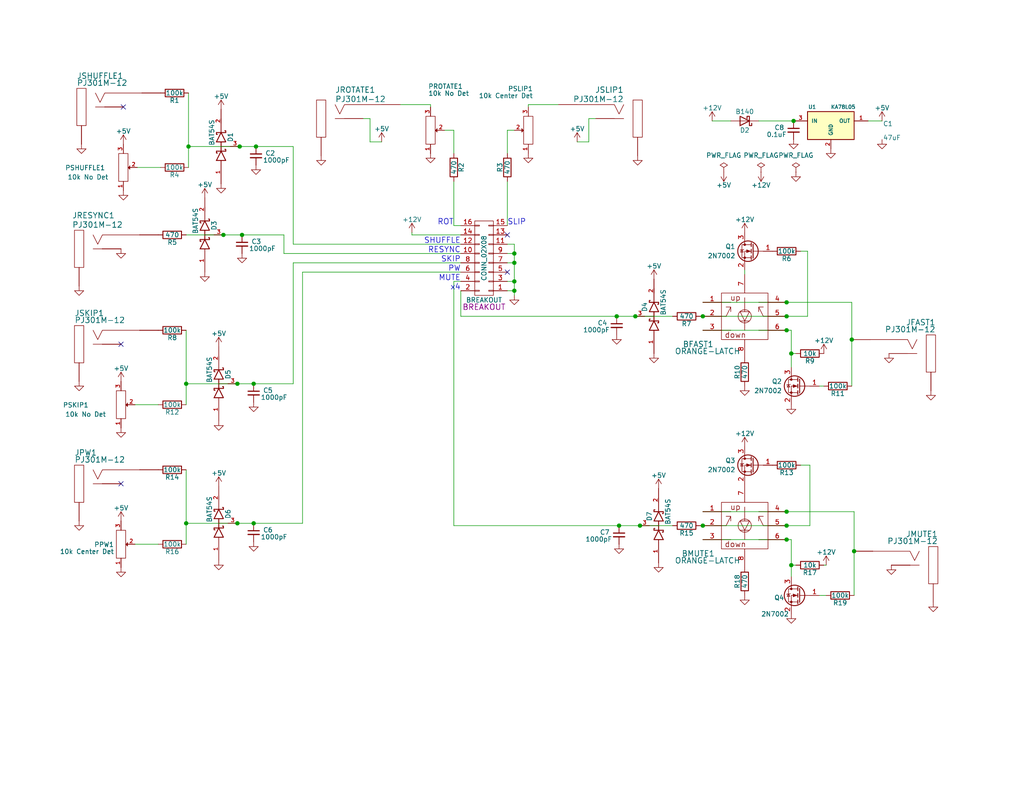
<source format=kicad_sch>
(kicad_sch (version 20210615) (generator eeschema)
  (paper "USLetter")
  (title_block (title "SCM Breakout") (date "11/6/2015") (rev "v3.0") (company "4ms Company") (comment 1 "SMT revision of v2.1"))
  (lib_symbols
    (symbol "Device:C_Small" (pin_numbers hide) (pin_names (offset 0.254) hide)
      (property "Reference" "C" (at 0.254 1.778 0))
      (property "Value" "C_Small" (at 0.254 -2.032 0))
      (symbol "C_Small_0_1"
        (polyline (pts (xy -1.524 -0.508) (xy 1.524 -0.508)) (stroke (width 0.3302)))
        (polyline (pts (xy -1.524 0.508) (xy 1.524 0.508)) (stroke (width 0.3048)))
      )
      (symbol "C_Small_1_1"
        (pin passive line (at 0 2.54 270) (length 2.032) (name "~") (number "1"))
        (pin passive line (at 0 -2.54 90) (length 2.032) (name "~") (number "2"))
      )
    )
    (symbol "Device:D_Schottky" (pin_numbers hide) (pin_names (offset 1.016) hide)
      (property "Reference" "D" (at 0 2.54 0))
      (property "Value" "D_Schottky" (at 0 -2.54 0))
      (symbol "D_Schottky_0_1"
        (polyline (pts (xy 1.27 0) (xy -1.27 0)))
        (polyline (pts (xy 1.27 1.27) (xy 1.27 -1.27) (xy -1.27 0) (xy 1.27 1.27)) (stroke (width 0.254)))
        (polyline (pts (xy -1.905 0.635) (xy -1.905 1.27) (xy -1.27 1.27) (xy -1.27 -1.27) (xy -0.635 -1.27) (xy -0.635 -0.635)) (stroke (width 0.254)))
      )
      (symbol "D_Schottky_1_1"
        (pin passive line (at -3.81 0 0) (length 2.54) (name "K") (number "1"))
        (pin passive line (at 3.81 0 180) (length 2.54) (name "A") (number "2"))
      )
    )
    (symbol "Device:Q_NMOS_GSD" (pin_names (offset 0) hide)
      (property "Reference" "Q" (at 5.08 1.27 0))
      (property "Value" "Q_NMOS_GSD" (at 5.08 -1.27 0))
      (symbol "Q_NMOS_GSD_0_1"
        (circle (center 1.651 0) (radius 2.794) (stroke (width 0.254)))
        (circle (center 2.54 -1.778) (radius 0.254) (fill (type outline)))
        (circle (center 2.54 1.778) (radius 0.254) (fill (type outline)))
        (polyline (pts (xy 0.254 0) (xy -2.54 0)))
        (polyline (pts (xy 0.254 1.905) (xy 0.254 -1.905)) (stroke (width 0.254)))
        (polyline (pts (xy 0.762 -1.27) (xy 0.762 -2.286)) (stroke (width 0.254)))
        (polyline (pts (xy 0.762 0.508) (xy 0.762 -0.508)) (stroke (width 0.254)))
        (polyline (pts (xy 0.762 2.286) (xy 0.762 1.27)) (stroke (width 0.254)))
        (polyline (pts (xy 2.54 2.54) (xy 2.54 1.778)))
        (polyline (pts (xy 2.54 -2.54) (xy 2.54 0) (xy 0.762 0)))
        (polyline (pts (xy 0.762 -1.778) (xy 3.302 -1.778) (xy 3.302 1.778) (xy 0.762 1.778)))
        (polyline (pts (xy 2.794 0.508) (xy 2.921 0.381) (xy 3.683 0.381) (xy 3.81 0.254)))
        (polyline (pts (xy 3.302 0.381) (xy 2.921 -0.254) (xy 3.683 -0.254) (xy 3.302 0.381)))
        (polyline (pts (xy 1.016 0) (xy 2.032 0.381) (xy 2.032 -0.381) (xy 1.016 0)) (fill (type outline)))
      )
      (symbol "Q_NMOS_GSD_1_1"
        (pin input line (at -5.08 0 0) (length 2.54) (name "G") (number "1"))
        (pin passive line (at 2.54 -5.08 90) (length 2.54) (name "S") (number "2"))
        (pin passive line (at 2.54 5.08 270) (length 2.54) (name "D") (number "3"))
      )
    )
    (symbol "Device:R" (pin_numbers hide) (pin_names (offset 0))
      (property "Reference" "R" (at 2.032 0 90))
      (property "Value" "R" (at 0 0 90))
      (symbol "R_0_1"
        (rectangle (start -1.016 -2.54) (end 1.016 2.54) (stroke (width 0.254)))
      )
      (symbol "R_1_1"
        (pin passive line (at 0 3.81 270) (length 1.27) (name "~") (number "1"))
        (pin passive line (at 0 -3.81 90) (length 1.27) (name "~") (number "2"))
      )
    )
    (symbol "SCMBO-rescue:CONN_02X08" (pin_names (offset 0.0254) hide)
      (property "Reference" "P" (at 0 11.43 0))
      (property "Value" "CONN_02X08" (at 0 0 90))
      (symbol "CONN_02X08_0_1"
        (rectangle (start -2.54 -8.763) (end -1.27 -9.017))
        (rectangle (start -2.54 -6.223) (end -1.27 -6.477))
        (rectangle (start -2.54 -3.683) (end -1.27 -3.937))
        (rectangle (start -2.54 -1.143) (end -1.27 -1.397))
        (rectangle (start -2.54 1.397) (end -1.27 1.143))
        (rectangle (start -2.54 3.937) (end -1.27 3.683))
        (rectangle (start -2.54 6.477) (end -1.27 6.223))
        (rectangle (start -2.54 9.017) (end -1.27 8.763))
        (rectangle (start -2.54 10.16) (end 2.54 -10.16))
        (rectangle (start 1.27 -8.763) (end 2.54 -9.017))
        (rectangle (start 1.27 -6.223) (end 2.54 -6.477))
        (rectangle (start 1.27 -3.683) (end 2.54 -3.937))
        (rectangle (start 1.27 -1.143) (end 2.54 -1.397))
        (rectangle (start 1.27 1.397) (end 2.54 1.143))
        (rectangle (start 1.27 3.937) (end 2.54 3.683))
        (rectangle (start 1.27 6.477) (end 2.54 6.223))
        (rectangle (start 1.27 9.017) (end 2.54 8.763))
      )
      (symbol "CONN_02X08_1_1"
        (pin passive line (at -6.35 8.89 0) (length 3.81) (name "P1") (number "1"))
        (pin passive line (at 6.35 -1.27 180) (length 3.81) (name "P10") (number "10"))
        (pin passive line (at -6.35 -3.81 0) (length 3.81) (name "P11") (number "11"))
        (pin passive line (at 6.35 -3.81 180) (length 3.81) (name "P12") (number "12"))
        (pin passive line (at -6.35 -6.35 0) (length 3.81) (name "P13") (number "13"))
        (pin passive line (at 6.35 -6.35 180) (length 3.81) (name "P14") (number "14"))
        (pin passive line (at -6.35 -8.89 0) (length 3.81) (name "P15") (number "15"))
        (pin passive line (at 6.35 -8.89 180) (length 3.81) (name "P16") (number "16"))
        (pin passive line (at 6.35 8.89 180) (length 3.81) (name "P2") (number "2"))
        (pin passive line (at -6.35 6.35 0) (length 3.81) (name "P3") (number "3"))
        (pin passive line (at 6.35 6.35 180) (length 3.81) (name "P4") (number "4"))
        (pin passive line (at -6.35 3.81 0) (length 3.81) (name "P5") (number "5"))
        (pin passive line (at 6.35 3.81 180) (length 3.81) (name "P6") (number "6"))
        (pin passive line (at -6.35 1.27 0) (length 3.81) (name "P7") (number "7"))
        (pin passive line (at 6.35 1.27 180) (length 3.81) (name "P8") (number "8"))
        (pin passive line (at -6.35 -1.27 0) (length 3.81) (name "P9") (number "9"))
      )
    )
    (symbol "SCMBO-rescue:DPDT-ILLUM" (pin_names (offset 1.016) hide)
      (property "Reference" "S" (at -5.08 -7.62 0))
      (property "Value" "DPDT-ILLUM" (at 7.62 -7.62 0))
      (symbol "DPDT-ILLUM_0_0"
        (text "down" (at -2.54 -5.08 0) (effects (font (size 1.524 1.524))))
        (text "up" (at -2.54 5.08 0) (effects (font (size 1.524 1.524))))
      )
      (symbol "DPDT-ILLUM_0_1"
        (circle (center 0 0) (radius 1.8034))
        (rectangle (start -6.35 6.35) (end 6.35 -6.35))
        (polyline (pts (xy -6.35 -3.81) (xy -3.81 -3.81)))
        (polyline (pts (xy -6.35 0) (xy -5.08 0)))
        (polyline (pts (xy -6.35 3.81) (xy -3.81 3.81)))
        (polyline (pts (xy -1.27 -1.27) (xy 1.27 -1.27)))
        (polyline (pts (xy 0 -1.27) (xy 0 -3.81)))
        (polyline (pts (xy 3.81 2.54) (xy 5.08 2.54)))
        (polyline (pts (xy 6.35 -3.81) (xy 3.81 -3.81)))
        (polyline (pts (xy 6.35 3.81) (xy 3.81 3.81)))
        (polyline (pts (xy 6.35 0) (xy 5.08 0) (xy 3.81 2.54) (xy 3.81 1.27)))
        (polyline (pts (xy -5.08 0) (xy -3.81 2.54) (xy -5.08 2.54) (xy -3.81 2.54) (xy -3.81 1.27)))
        (polyline (pts (xy 0 5.08) (xy 0 1.27) (xy 1.27 1.27) (xy 0 -1.27) (xy -1.27 1.27) (xy 0 1.27)))
      )
      (symbol "DPDT-ILLUM_1_1"
        (pin input line (at -11.43 3.81 0) (length 5.08) (name "UP-A") (number "1"))
        (pin input line (at -11.43 0 0) (length 5.08) (name "POLE-A") (number "2"))
        (pin input line (at -11.43 -3.81 0) (length 5.08) (name "DOWN-A") (number "3"))
        (pin input line (at 11.43 3.81 180) (length 5.08) (name "UP-B") (number "4"))
        (pin input line (at 11.43 0 180) (length 5.08) (name "POLE-B") (number "5"))
        (pin input line (at 11.43 -3.81 180) (length 5.08) (name "DOWN-B") (number "6"))
        (pin input line (at 0 11.43 270) (length 5.08) (name "A") (number "7"))
        (pin input line (at 0 -11.43 90) (length 5.08) (name "C") (number "8"))
      )
    )
    (symbol "SCMBO-rescue:D_Schottky_x2_Serial" (pin_names (offset 0.762) hide)
      (property "Reference" "D" (at 2.54 -2.54 0))
      (property "Value" "D_Schottky_x2_Serial" (at 0 2.54 0))
      (symbol "D_Schottky_x2_Serial_0_1"
        (polyline (pts (xy 0 0) (xy 0 -2.54)))
        (polyline (pts (xy 6.35 0) (xy 7.62 0)))
        (polyline (pts (xy -1.27 -1.27) (xy -1.27 1.27) (xy -1.27 1.27)) (stroke (width 0.254)))
        (polyline (pts (xy -1.27 0) (xy 1.27 0) (xy 1.27 0)) (stroke (width 0.254)))
        (polyline (pts (xy 3.81 1.27) (xy 3.81 -1.27) (xy 3.81 -1.27)) (stroke (width 0.254)))
        (polyline (pts (xy -1.27 -1.27) (xy -0.762 -1.27) (xy -0.762 -1.016) (xy -0.762 -1.016)) (stroke (width 0.254)))
        (polyline (pts (xy 3.81 -1.27) (xy 4.318 -1.27) (xy 4.318 -1.016) (xy 4.318 -1.016)) (stroke (width 0.254)))
        (polyline (pts (xy 3.81 1.27) (xy 3.302 1.27) (xy 3.302 1.016) (xy 3.302 1.016)) (stroke (width 0.254)))
        (polyline (pts (xy -1.778 1.016) (xy -1.778 1.27) (xy -1.27 1.27) (xy -1.27 1.27) (xy -1.27 1.27)) (stroke (width 0.254)))
        (polyline (pts (xy -3.81 1.27) (xy -1.27 0) (xy -3.81 -1.27) (xy -3.81 1.27) (xy -3.81 1.27) (xy -3.81 1.27)) (stroke (width 0.254)))
        (polyline (pts (xy 1.27 1.27) (xy 3.81 0) (xy 1.27 -1.27) (xy 1.27 1.27) (xy 1.27 1.27) (xy 1.27 1.27)) (stroke (width 0.254)))
        (pin passive line (at -10.16 0 0) (length 6.35) (name "Anode") (number "1"))
        (pin passive line (at 10.16 0 180) (length 6.35) (name "cathode") (number "2"))
        (pin passive line (at 0 -5.08 90) (length 2.54) (name "AK") (number "3"))
      )
    )
    (symbol "SCMBO-rescue:JACK-MONO" (pin_numbers hide) (pin_names (offset 0) hide)
      (property "Reference" "J" (at -6.35 -7.62 0))
      (property "Value" "JACK-MONO" (at 7.62 -5.08 0))
      (symbol "JACK-MONO_0_0"
        (rectangle (start -6.35 5.08) (end -3.81 -5.08))
        (polyline (pts (xy -1.27 0) (xy 1.27 0)))
        (polyline (pts (xy -1.27 3.81) (xy 0 1.27) (xy 1.27 3.81) (xy 11.43 3.81)))
      )
      (symbol "JACK-MONO_1_1"
        (pin passive line (at 16.51 3.81 180) (length 5.08) (name "SIG") (number "1"))
        (pin passive line (at -5.08 -10.16 90) (length 5.08) (name "SHEILD") (number "2"))
        (pin passive line (at 6.35 0 180) (length 5.08) (name "SW") (number "3"))
      )
    )
    (symbol "SCMBO-rescue:MC78L05ACH" (pin_names (offset 1.016))
      (property "Reference" "U" (at -5.08 5.08 0))
      (property "Value" "MC78L05ACH" (at 0 5.08 0))
      (property "Footprint" "SOT-89" (at 0 2.54 0))
      (symbol "MC78L05ACH_0_1"
        (rectangle (start -6.35 3.81) (end 6.35 -3.81) (stroke (width 0.254)) (fill (type background)))
      )
      (symbol "MC78L05ACH_1_1"
        (pin power_out line (at 10.16 1.27 180) (length 3.81) (name "OUT") (number "1"))
        (pin power_out line (at 0 -6.35 90) (length 2.54) (name "GND") (number "2"))
        (pin input line (at -10.16 1.27 0) (length 3.81) (name "IN") (number "3"))
      )
    )
    (symbol "SCMBO-rescue:POT" (pin_names (offset 1.016) hide)
      (property "Reference" "RV" (at 0 -2.54 0))
      (property "Value" "POT" (at 0 0 0))
      (symbol "POT_0_1"
        (rectangle (start -3.81 1.27) (end 3.81 -1.27))
        (polyline (pts (xy 0 1.27) (xy -0.508 1.778) (xy 0.508 1.778)) (fill (type outline)))
      )
      (symbol "POT_1_1"
        (pin passive line (at -6.35 0 0) (length 2.54) (name "1") (number "1"))
        (pin passive line (at 0 3.81 270) (length 2.032) (name "2") (number "2"))
        (pin passive line (at 6.35 0 180) (length 2.54) (name "3") (number "3"))
      )
    )
    (symbol "power:+12V" (power) (pin_names (offset 0))
      (property "Value" "+12V" (at 0 3.556 0))
      (symbol "+12V_0_1"
        (polyline (pts (xy -0.762 1.27) (xy 0 2.54)))
        (polyline (pts (xy 0 0) (xy 0 2.54)))
        (polyline (pts (xy 0 2.54) (xy 0.762 1.27)))
      )
      (symbol "+12V_1_1"
        (pin power_in line (at 0 0 90) (length 0) hide (name "+12V") (number "1"))
      )
    )
    (symbol "power:+5V" (power) (pin_names (offset 0))
      (property "Value" "+5V" (at 0 3.556 0))
      (symbol "+5V_0_1"
        (polyline (pts (xy -0.762 1.27) (xy 0 2.54)))
        (polyline (pts (xy 0 0) (xy 0 2.54)))
        (polyline (pts (xy 0 2.54) (xy 0.762 1.27)))
      )
      (symbol "+5V_1_1"
        (pin power_in line (at 0 0 90) (length 0) hide (name "+5V") (number "1"))
      )
    )
    (symbol "power:GND" (power) (pin_names (offset 0))
      (property "Value" "GND" (at 0 -3.81 0))
      (symbol "GND_0_1"
        (polyline (pts (xy 0 0) (xy 0 -1.27) (xy 1.27 -1.27) (xy 0 -2.54) (xy -1.27 -1.27) (xy 0 -1.27)))
      )
      (symbol "GND_1_1"
        (pin power_in line (at 0 0 270) (length 0) hide (name "GND") (number "1"))
      )
    )
    (symbol "power:PWR_FLAG" (power) (pin_numbers hide) (pin_names (offset 0) hide)
      (property "Value" "PWR_FLAG" (at 0 3.81 0))
      (symbol "PWR_FLAG_0_0"
        (pin power_out line (at 0 0 90) (length 0) (name "pwr") (number "1"))
      )
      (symbol "PWR_FLAG_0_1"
        (polyline (pts (xy 0 0) (xy 0 1.27) (xy -1.016 1.905) (xy 0 2.54) (xy 1.016 1.905) (xy 0 1.27)))
      )
    )
  )
  (junction (at 50.8 104.775) (diameter 1.016))
  (junction (at 50.8 142.875) (diameter 1.016))
  (junction (at 51.435 40.005) (diameter 1.016))
  (junction (at 60.96 64.135) (diameter 1.016))
  (junction (at 64.77 104.775) (diameter 1.016))
  (junction (at 64.77 142.875) (diameter 1.016))
  (junction (at 65.405 40.005) (diameter 1.016))
  (junction (at 66.04 64.135) (diameter 1.016))
  (junction (at 69.215 104.775) (diameter 1.016))
  (junction (at 69.215 142.875) (diameter 1.016))
  (junction (at 69.85 40.005) (diameter 1.016))
  (junction (at 140.335 69.215) (diameter 1.016))
  (junction (at 140.335 71.755) (diameter 1.016))
  (junction (at 140.335 76.835) (diameter 1.016))
  (junction (at 140.335 79.375) (diameter 1.016))
  (junction (at 168.275 86.36) (diameter 1.016))
  (junction (at 168.91 143.51) (diameter 1.016))
  (junction (at 173.355 86.36) (diameter 1.016))
  (junction (at 174.625 143.51) (diameter 1.016))
  (junction (at 191.77 86.36) (diameter 1.016))
  (junction (at 191.77 143.51) (diameter 1.016))
  (junction (at 214.63 82.55) (diameter 1.016))
  (junction (at 214.63 86.36) (diameter 1.016))
  (junction (at 214.63 90.17) (diameter 1.016))
  (junction (at 214.63 139.7) (diameter 1.016))
  (junction (at 214.63 143.51) (diameter 1.016))
  (junction (at 214.63 147.32) (diameter 1.016))
  (junction (at 215.9 96.52) (diameter 1.016))
  (junction (at 215.9 154.305) (diameter 1.016))
  (junction (at 216.535 33.02) (diameter 1.016))
  (junction (at 232.41 92.71) (diameter 1.016))
  (junction (at 233.045 150.495) (diameter 1.016))
  (no_connect (at 33.02 93.98))
  (no_connect (at 33.02 132.08))
  (no_connect (at 33.655 29.21))
  (no_connect (at 138.43 64.135))
  (no_connect (at 138.43 74.295))
  (wire (pts (xy 36.83 110.49) (xy 43.18 110.49)))
  (wire (pts (xy 36.83 148.59) (xy 43.18 148.59)))
  (wire (pts (xy 37.465 45.72) (xy 43.815 45.72)))
  (wire (pts (xy 50.8 64.135) (xy 60.96 64.135)))
  (wire (pts (xy 50.8 90.17) (xy 50.8 104.775)))
  (wire (pts (xy 50.8 104.775) (xy 50.8 110.49)))
  (wire (pts (xy 50.8 104.775) (xy 64.77 104.775)))
  (wire (pts (xy 50.8 128.27) (xy 50.8 142.875)))
  (wire (pts (xy 50.8 142.875) (xy 50.8 148.59)))
  (wire (pts (xy 50.8 142.875) (xy 64.77 142.875)))
  (wire (pts (xy 51.435 25.4) (xy 51.435 40.005)))
  (wire (pts (xy 51.435 40.005) (xy 51.435 45.72)))
  (wire (pts (xy 51.435 40.005) (xy 65.405 40.005)))
  (wire (pts (xy 60.96 64.135) (xy 66.04 64.135)))
  (wire (pts (xy 64.77 104.775) (xy 69.215 104.775)))
  (wire (pts (xy 64.77 142.875) (xy 69.215 142.875)))
  (wire (pts (xy 65.405 40.005) (xy 69.85 40.005)))
  (wire (pts (xy 66.04 64.135) (xy 77.47 64.135)))
  (wire (pts (xy 69.215 104.775) (xy 80.01 104.775)))
  (wire (pts (xy 69.215 142.875) (xy 82.55 142.875)))
  (wire (pts (xy 69.85 40.005) (xy 80.01 40.005)))
  (wire (pts (xy 77.47 69.215) (xy 77.47 64.135)))
  (wire (pts (xy 80.01 66.675) (xy 80.01 40.005)))
  (wire (pts (xy 80.01 71.755) (xy 125.73 71.755)))
  (wire (pts (xy 80.01 104.775) (xy 80.01 71.755)))
  (wire (pts (xy 82.55 74.295) (xy 82.55 142.875)))
  (wire (pts (xy 99.06 32.385) (xy 100.965 32.385)))
  (wire (pts (xy 100.965 32.385) (xy 100.965 38.735)))
  (wire (pts (xy 100.965 38.735) (xy 104.14 38.735)))
  (wire (pts (xy 109.22 28.575) (xy 117.475 28.575)))
  (wire (pts (xy 112.395 64.135) (xy 112.395 63.5)))
  (wire (pts (xy 117.475 28.575) (xy 117.475 29.21)))
  (wire (pts (xy 121.285 35.56) (xy 123.825 35.56)))
  (wire (pts (xy 123.825 35.56) (xy 123.825 41.91)))
  (wire (pts (xy 123.825 49.53) (xy 123.825 61.595)))
  (wire (pts (xy 123.825 61.595) (xy 125.73 61.595)))
  (wire (pts (xy 123.825 76.835) (xy 123.825 143.51)))
  (wire (pts (xy 123.825 143.51) (xy 168.91 143.51)))
  (wire (pts (xy 125.73 64.135) (xy 112.395 64.135)))
  (wire (pts (xy 125.73 66.675) (xy 80.01 66.675)))
  (wire (pts (xy 125.73 69.215) (xy 77.47 69.215)))
  (wire (pts (xy 125.73 74.295) (xy 82.55 74.295)))
  (wire (pts (xy 125.73 76.835) (xy 123.825 76.835)))
  (wire (pts (xy 125.73 79.375) (xy 125.73 86.36)))
  (wire (pts (xy 125.73 86.36) (xy 168.275 86.36)))
  (wire (pts (xy 138.43 35.56) (xy 138.43 41.91)))
  (wire (pts (xy 138.43 49.53) (xy 138.43 61.595)))
  (wire (pts (xy 138.43 66.675) (xy 140.335 66.675)))
  (wire (pts (xy 138.43 69.215) (xy 140.335 69.215)))
  (wire (pts (xy 138.43 71.755) (xy 140.335 71.755)))
  (wire (pts (xy 138.43 76.835) (xy 140.335 76.835)))
  (wire (pts (xy 138.43 79.375) (xy 140.335 79.375)))
  (wire (pts (xy 140.335 35.56) (xy 138.43 35.56)))
  (wire (pts (xy 140.335 66.675) (xy 140.335 69.215)))
  (wire (pts (xy 140.335 69.215) (xy 140.335 71.755)))
  (wire (pts (xy 140.335 71.755) (xy 140.335 76.835)))
  (wire (pts (xy 140.335 76.835) (xy 140.335 79.375)))
  (wire (pts (xy 140.335 79.375) (xy 140.335 80.645)))
  (wire (pts (xy 144.145 28.575) (xy 144.145 29.21)))
  (wire (pts (xy 152.4 28.575) (xy 144.145 28.575)))
  (wire (pts (xy 160.655 32.385) (xy 160.655 38.735)))
  (wire (pts (xy 160.655 38.735) (xy 157.48 38.735)))
  (wire (pts (xy 162.56 32.385) (xy 160.655 32.385)))
  (wire (pts (xy 168.275 86.36) (xy 173.355 86.36)))
  (wire (pts (xy 168.91 143.51) (xy 174.625 143.51)))
  (wire (pts (xy 173.355 86.36) (xy 183.515 86.36)))
  (wire (pts (xy 174.625 143.51) (xy 183.515 143.51)))
  (wire (pts (xy 191.135 86.36) (xy 191.77 86.36)))
  (wire (pts (xy 191.135 143.51) (xy 191.77 143.51)))
  (wire (pts (xy 191.77 82.55) (xy 214.63 82.55)))
  (wire (pts (xy 191.77 86.36) (xy 214.63 86.36)))
  (wire (pts (xy 191.77 90.17) (xy 214.63 90.17)))
  (wire (pts (xy 191.77 139.7) (xy 214.63 139.7)))
  (wire (pts (xy 191.77 143.51) (xy 214.63 143.51)))
  (wire (pts (xy 191.77 147.32) (xy 214.63 147.32)))
  (wire (pts (xy 194.31 33.02) (xy 199.39 33.02)))
  (wire (pts (xy 203.2 73.66) (xy 203.2 74.93)))
  (wire (pts (xy 207.01 33.02) (xy 216.535 33.02)))
  (wire (pts (xy 214.63 82.55) (xy 232.41 82.55)))
  (wire (pts (xy 214.63 86.36) (xy 220.345 86.36)))
  (wire (pts (xy 214.63 90.17) (xy 215.9 90.17)))
  (wire (pts (xy 214.63 139.7) (xy 233.045 139.7)))
  (wire (pts (xy 214.63 143.51) (xy 220.98 143.51)))
  (wire (pts (xy 214.63 147.32) (xy 215.9 147.32)))
  (wire (pts (xy 215.9 90.17) (xy 215.9 96.52)))
  (wire (pts (xy 215.9 96.52) (xy 215.9 100.33)))
  (wire (pts (xy 215.9 147.32) (xy 215.9 154.305)))
  (wire (pts (xy 215.9 154.305) (xy 215.9 157.48)))
  (wire (pts (xy 217.17 96.52) (xy 215.9 96.52)))
  (wire (pts (xy 217.17 154.305) (xy 215.9 154.305)))
  (wire (pts (xy 220.345 68.58) (xy 218.44 68.58)))
  (wire (pts (xy 220.345 86.36) (xy 220.345 68.58)))
  (wire (pts (xy 220.98 127) (xy 218.44 127)))
  (wire (pts (xy 220.98 143.51) (xy 220.98 127)))
  (wire (pts (xy 223.52 105.41) (xy 224.79 105.41)))
  (wire (pts (xy 223.52 162.56) (xy 225.425 162.56)))
  (wire (pts (xy 224.79 154.305) (xy 225.425 154.305)))
  (wire (pts (xy 232.41 82.55) (xy 232.41 92.71)))
  (wire (pts (xy 232.41 92.71) (xy 232.41 105.41)))
  (wire (pts (xy 233.045 139.7) (xy 233.045 150.495)))
  (wire (pts (xy 233.045 150.495) (xy 233.045 162.56)))
  (wire (pts (xy 236.855 33.02) (xy 240.665 33.02)))
  (text "ROT" (at 123.825 61.595 180) (effects (font (size 1.524 1.524)) (justify right bottom)))
  (text "SHUFFLE" (at 125.73 66.675 180) (effects (font (size 1.524 1.524)) (justify right bottom)))
  (text "RESYNC" (at 125.73 69.215 180) (effects (font (size 1.524 1.524)) (justify right bottom)))
  (text "SKIP" (at 125.73 71.755 180) (effects (font (size 1.524 1.524)) (justify right bottom)))
  (text "PW" (at 125.73 74.295 180) (effects (font (size 1.524 1.524)) (justify right bottom)))
  (text "MUTE" (at 125.73 76.835 180) (effects (font (size 1.524 1.524)) (justify right bottom)))
  (text "x4" (at 125.73 79.375 180) (effects (font (size 1.524 1.524)) (justify right bottom)))
  (text "SLIP" (at 138.43 61.595 0) (effects (font (size 1.524 1.524)) (justify left bottom)))
  (symbol (lib_id "power:+5V") (at 33.02 104.14 0) (unit 1)
    (property "Reference" "#PWR021" (effects hide))
    (property "Value" "+5V" (at 33.02 100.584 0))
  )
  (symbol (lib_id "power:+5V") (at 33.02 142.24 0) (unit 1)
    (property "Reference" "#PWR028" (effects hide))
    (property "Value" "+5V" (at 33.02 138.684 0))
  )
  (symbol (lib_id "power:+5V") (at 33.655 39.37 0) (unit 1)
    (property "Reference" "#PWR011" (effects hide))
    (property "Value" "+5V" (at 33.655 35.814 0))
  )
  (symbol (lib_id "power:+5V") (at 55.88 53.975 0) (unit 1)
    (property "Reference" "#PWR016" (effects hide))
    (property "Value" "+5V" (at 55.88 50.419 0))
  )
  (symbol (lib_id "power:+5V") (at 59.69 94.615 0) (unit 1)
    (property "Reference" "#PWR022" (effects hide))
    (property "Value" "+5V" (at 59.69 91.059 0))
  )
  (symbol (lib_id "power:+5V") (at 59.69 132.715 0) (unit 1)
    (property "Reference" "#PWR029" (effects hide))
    (property "Value" "+5V" (at 59.69 129.159 0))
  )
  (symbol (lib_id "power:+5V") (at 60.325 29.845 0) (unit 1)
    (property "Reference" "#PWR012" (effects hide))
    (property "Value" "+5V" (at 60.325 26.289 0))
  )
  (symbol (lib_id "power:+5V") (at 104.14 38.735 0) (unit 1)
    (property "Reference" "#PWR01" (effects hide))
    (property "Value" "+5V" (at 104.14 35.179 0))
  )
  (symbol (lib_id "power:+12V") (at 112.395 63.5 0) (unit 1)
    (property "Reference" "#PWR07" (effects hide))
    (property "Value" "+12V" (at 112.395 59.944 0))
  )
  (symbol (lib_id "power:+5V") (at 157.48 38.735 0) (mirror y) (unit 1)
    (property "Reference" "#PWR04" (effects hide))
    (property "Value" "+5V" (at 157.48 35.179 0))
  )
  (symbol (lib_id "power:+5V") (at 178.435 76.2 0) (mirror y) (unit 1)
    (property "Reference" "#PWR042" (effects hide))
    (property "Value" "+5V" (at 178.435 72.644 0))
  )
  (symbol (lib_id "power:+5V") (at 179.705 133.35 0) (mirror y) (unit 1)
    (property "Reference" "#PWR051" (effects hide))
    (property "Value" "+5V" (at 179.705 129.794 0))
  )
  (symbol (lib_id "power:+12V") (at 194.31 33.02 0) (unit 1)
    (property "Reference" "#PWR032" (effects hide))
    (property "Value" "+12V" (at 194.31 29.464 0))
  )
  (symbol (lib_id "power:+5V") (at 197.485 46.99 180) (unit 1)
    (property "Reference" "#PWR058" (effects hide))
    (property "Value" "+5V" (at 197.485 50.546 0))
  )
  (symbol (lib_id "power:+12V") (at 203.2 63.5 0) (unit 1)
    (property "Reference" "#PWR040" (effects hide))
    (property "Value" "+12V" (at 203.2 59.944 0))
  )
  (symbol (lib_id "power:+12V") (at 203.2 121.92 0) (unit 1)
    (property "Reference" "#PWR049" (effects hide))
    (property "Value" "+12V" (at 203.2 118.364 0))
  )
  (symbol (lib_id "power:+12V") (at 207.645 46.99 180) (unit 1)
    (property "Reference" "#PWR056" (effects hide))
    (property "Value" "+12V" (at 207.645 50.546 0))
  )
  (symbol (lib_id "power:+12V") (at 224.79 96.52 0) (unit 1)
    (property "Reference" "#PWR039" (effects hide))
    (property "Value" "+12V" (at 224.79 92.964 0))
  )
  (symbol (lib_id "power:+12V") (at 225.425 154.305 0) (unit 1)
    (property "Reference" "#PWR048" (effects hide))
    (property "Value" "+12V" (at 225.425 150.749 0))
  )
  (symbol (lib_id "power:+5V") (at 240.665 33.02 0) (unit 1)
    (property "Reference" "#PWR034" (effects hide))
    (property "Value" "+5V" (at 240.665 29.464 0))
  )
  (symbol (lib_id "power:PWR_FLAG") (at 197.485 46.99 0) (unit 1)
    (property "Reference" "#FLG057" (effects hide))
    (property "Value" "PWR_FLAG" (at 197.485 42.418 0))
  )
  (symbol (lib_id "power:PWR_FLAG") (at 207.645 46.99 0) (unit 1)
    (property "Reference" "#FLG054" (effects hide))
    (property "Value" "PWR_FLAG" (at 207.645 42.418 0))
  )
  (symbol (lib_id "power:PWR_FLAG") (at 217.17 46.99 0) (unit 1)
    (property "Reference" "#FLG055" (effects hide))
    (property "Value" "PWR_FLAG" (at 217.17 42.418 0))
  )
  (symbol (lib_id "power:GND") (at 21.59 78.105 0) (unit 1)
    (property "Reference" "#PWR015" (effects hide))
    (property "Value" "GND" (effects hide))
  )
  (symbol (lib_id "power:GND") (at 21.59 104.14 0) (unit 1)
    (property "Reference" "#PWR020" (effects hide))
    (property "Value" "GND" (effects hide))
  )
  (symbol (lib_id "power:GND") (at 21.59 142.24 0) (unit 1)
    (property "Reference" "#PWR027" (effects hide))
    (property "Value" "GND" (effects hide))
  )
  (symbol (lib_id "power:GND") (at 22.225 39.37 0) (unit 1)
    (property "Reference" "#PWR010" (effects hide))
    (property "Value" "GND" (effects hide))
  )
  (symbol (lib_id "power:GND") (at 33.02 67.945 0) (unit 1)
    (property "Reference" "#PWR025" (effects hide))
    (property "Value" "GND" (effects hide))
  )
  (symbol (lib_id "power:GND") (at 33.02 116.84 0) (unit 1)
    (property "Reference" "#PWR019" (effects hide))
    (property "Value" "GND" (effects hide))
  )
  (symbol (lib_id "power:GND") (at 33.02 154.94 0) (unit 1)
    (property "Reference" "#PWR026" (effects hide))
    (property "Value" "GND" (effects hide))
  )
  (symbol (lib_id "power:GND") (at 33.655 52.07 0) (unit 1)
    (property "Reference" "#PWR09" (effects hide))
    (property "Value" "GND" (effects hide))
  )
  (symbol (lib_id "power:GND") (at 55.88 74.295 0) (unit 1)
    (property "Reference" "#PWR017" (effects hide))
    (property "Value" "GND" (effects hide))
  )
  (symbol (lib_id "power:GND") (at 59.69 114.935 0) (unit 1)
    (property "Reference" "#PWR023" (effects hide))
    (property "Value" "GND" (effects hide))
  )
  (symbol (lib_id "power:GND") (at 59.69 153.035 0) (unit 1)
    (property "Reference" "#PWR030" (effects hide))
    (property "Value" "GND" (effects hide))
  )
  (symbol (lib_id "power:GND") (at 60.325 50.165 0) (unit 1)
    (property "Reference" "#PWR013" (effects hide))
    (property "Value" "GND" (effects hide))
  )
  (symbol (lib_id "power:GND") (at 66.04 69.215 0) (unit 1)
    (property "Reference" "#PWR018" (effects hide))
    (property "Value" "GND" (effects hide))
  )
  (symbol (lib_id "power:GND") (at 69.215 109.855 0) (unit 1)
    (property "Reference" "#PWR024" (effects hide))
    (property "Value" "GND" (effects hide))
  )
  (symbol (lib_id "power:GND") (at 69.215 147.955 0) (unit 1)
    (property "Reference" "#PWR031" (effects hide))
    (property "Value" "GND" (effects hide))
  )
  (symbol (lib_id "power:GND") (at 69.85 45.085 0) (unit 1)
    (property "Reference" "#PWR014" (effects hide))
    (property "Value" "GND" (effects hide))
  )
  (symbol (lib_id "power:GND") (at 87.63 42.545 0) (unit 1)
    (property "Reference" "#PWR03" (effects hide))
    (property "Value" "GND" (effects hide))
  )
  (symbol (lib_id "power:GND") (at 117.475 41.91 0) (unit 1)
    (property "Reference" "#PWR02" (effects hide))
    (property "Value" "GND" (effects hide))
  )
  (symbol (lib_id "power:GND") (at 140.335 80.645 0) (mirror y) (unit 1)
    (property "Reference" "#PWR08" (effects hide))
    (property "Value" "GND" (effects hide))
  )
  (symbol (lib_id "power:GND") (at 144.145 41.91 0) (mirror y) (unit 1)
    (property "Reference" "#PWR05" (effects hide))
    (property "Value" "GND" (effects hide))
  )
  (symbol (lib_id "power:GND") (at 168.275 91.44 0) (mirror y) (unit 1)
    (property "Reference" "#PWR044" (effects hide))
    (property "Value" "GND" (effects hide))
  )
  (symbol (lib_id "power:GND") (at 168.91 148.59 0) (mirror y) (unit 1)
    (property "Reference" "#PWR053" (effects hide))
    (property "Value" "GND" (effects hide))
  )
  (symbol (lib_id "power:GND") (at 173.99 42.545 0) (mirror y) (unit 1)
    (property "Reference" "#PWR06" (effects hide))
    (property "Value" "GND" (effects hide))
  )
  (symbol (lib_id "power:GND") (at 178.435 96.52 0) (mirror y) (unit 1)
    (property "Reference" "#PWR043" (effects hide))
    (property "Value" "GND" (effects hide))
  )
  (symbol (lib_id "power:GND") (at 179.705 153.67 0) (mirror y) (unit 1)
    (property "Reference" "#PWR052" (effects hide))
    (property "Value" "GND" (effects hide))
  )
  (symbol (lib_id "power:GND") (at 203.2 105.41 0) (mirror y) (unit 1)
    (property "Reference" "#PWR041" (effects hide))
    (property "Value" "GND" (effects hide))
  )
  (symbol (lib_id "power:GND") (at 203.2 162.56 0) (mirror y) (unit 1)
    (property "Reference" "#PWR050" (effects hide))
    (property "Value" "GND" (effects hide))
  )
  (symbol (lib_id "power:GND") (at 215.9 110.49 0) (mirror y) (unit 1)
    (property "Reference" "#PWR038" (effects hide))
    (property "Value" "GND" (effects hide))
  )
  (symbol (lib_id "power:GND") (at 215.9 167.64 0) (mirror y) (unit 1)
    (property "Reference" "#PWR047" (effects hide))
    (property "Value" "GND" (effects hide))
  )
  (symbol (lib_id "power:GND") (at 216.535 38.1 0) (mirror y) (unit 1)
    (property "Reference" "#PWR060" (effects hide))
    (property "Value" "GND" (effects hide))
  )
  (symbol (lib_id "power:GND") (at 217.17 46.99 0) (mirror y) (unit 1)
    (property "Reference" "#PWR059" (effects hide))
    (property "Value" "GND" (effects hide))
  )
  (symbol (lib_id "power:GND") (at 226.695 40.64 0) (mirror y) (unit 1)
    (property "Reference" "#PWR033" (effects hide))
    (property "Value" "GND" (effects hide))
  )
  (symbol (lib_id "power:GND") (at 240.665 38.1 0) (mirror y) (unit 1)
    (property "Reference" "#PWR035" (effects hide))
    (property "Value" "GND" (effects hide))
  )
  (symbol (lib_id "power:GND") (at 242.57 96.52 0) (mirror y) (unit 1)
    (property "Reference" "#PWR037" (effects hide))
    (property "Value" "GND" (effects hide))
  )
  (symbol (lib_id "power:GND") (at 243.205 154.305 0) (mirror y) (unit 1)
    (property "Reference" "#PWR046" (effects hide))
    (property "Value" "GND" (effects hide))
  )
  (symbol (lib_id "power:GND") (at 254 106.68 0) (mirror y) (unit 1)
    (property "Reference" "#PWR036" (effects hide))
    (property "Value" "GND" (effects hide))
  )
  (symbol (lib_id "power:GND") (at 254.635 164.465 0) (mirror y) (unit 1)
    (property "Reference" "#PWR045" (effects hide))
    (property "Value" "GND" (effects hide))
  )
  (symbol (lib_id "Device:R") (at 46.99 64.135 270) (unit 1)
    (property "Reference" "R5" (at 46.99 66.167 90))
    (property "Value" "470" (at 46.99 64.135 90))
    (property "Footprint" "4ms-footprints:R0603" (effects hide))
  )
  (symbol (lib_id "Device:R") (at 46.99 90.17 270) (unit 1)
    (property "Reference" "R8" (at 46.99 92.202 90))
    (property "Value" "100k" (at 46.99 90.17 90))
    (property "Footprint" "4ms-footprints:R0603" (effects hide))
  )
  (symbol (lib_id "Device:R") (at 46.99 110.49 270) (unit 1)
    (property "Reference" "R12" (at 46.99 112.522 90))
    (property "Value" "100k" (at 46.99 110.49 90))
    (property "Footprint" "4ms-footprints:R0603" (effects hide))
  )
  (symbol (lib_id "Device:R") (at 46.99 128.27 270) (unit 1)
    (property "Reference" "R14" (at 46.99 130.302 90))
    (property "Value" "100k" (at 46.99 128.27 90))
    (property "Footprint" "4ms-footprints:R0603" (effects hide))
  )
  (symbol (lib_id "Device:R") (at 46.99 148.59 270) (unit 1)
    (property "Reference" "R16" (at 46.99 150.622 90))
    (property "Value" "100k" (at 46.99 148.59 90))
    (property "Footprint" "4ms-footprints:R0603" (effects hide))
  )
  (symbol (lib_id "Device:R") (at 47.625 25.4 270) (unit 1)
    (property "Reference" "R1" (at 47.625 27.432 90))
    (property "Value" "100k" (at 47.625 25.4 90))
    (property "Footprint" "4ms-footprints:R0603" (effects hide))
  )
  (symbol (lib_id "Device:R") (at 47.625 45.72 270) (unit 1)
    (property "Reference" "R4" (at 47.625 47.752 90))
    (property "Value" "100k" (at 47.625 45.72 90))
    (property "Footprint" "4ms-footprints:R0603" (effects hide))
  )
  (symbol (lib_id "Device:R") (at 123.825 45.72 0) (unit 1)
    (property "Reference" "R2" (at 125.857 45.72 90))
    (property "Value" "470" (at 123.825 45.72 90))
    (property "Footprint" "4ms-footprints:R0603" (effects hide))
  )
  (symbol (lib_id "Device:R") (at 138.43 45.72 0) (mirror y) (unit 1)
    (property "Reference" "R3" (at 136.398 45.72 90))
    (property "Value" "470" (at 138.43 45.72 90))
    (property "Footprint" "4ms-footprints:R0603" (effects hide))
  )
  (symbol (lib_id "Device:R") (at 187.325 86.36 90) (mirror x) (unit 1)
    (property "Reference" "R7" (at 187.325 88.392 90))
    (property "Value" "470" (at 187.325 86.36 90))
    (property "Footprint" "4ms-footprints:R0603" (effects hide))
  )
  (symbol (lib_id "Device:R") (at 187.325 143.51 90) (mirror x) (unit 1)
    (property "Reference" "R15" (at 187.325 145.542 90))
    (property "Value" "470" (at 187.325 143.51 90))
    (property "Footprint" "4ms-footprints:R0603" (effects hide))
  )
  (symbol (lib_id "Device:R") (at 203.2 101.6 180) (unit 1)
    (property "Reference" "R10" (at 201.168 101.6 90))
    (property "Value" "470" (at 203.2 101.6 90))
    (property "Footprint" "4ms-footprints:R0603" (effects hide))
  )
  (symbol (lib_id "Device:R") (at 203.2 158.75 180) (unit 1)
    (property "Reference" "R18" (at 201.168 158.75 90))
    (property "Value" "470" (at 203.2 158.75 90))
    (property "Footprint" "4ms-footprints:R0603" (effects hide))
  )
  (symbol (lib_id "Device:R") (at 214.63 68.58 270) (unit 1)
    (property "Reference" "R6" (at 214.63 70.612 90))
    (property "Value" "100k" (at 214.63 68.58 90))
    (property "Footprint" "4ms-footprints:R0603" (effects hide))
  )
  (symbol (lib_id "Device:R") (at 214.63 127 270) (unit 1)
    (property "Reference" "R13" (at 214.63 129.032 90))
    (property "Value" "100k" (at 214.63 127 90))
    (property "Footprint" "4ms-footprints:R0603" (effects hide))
  )
  (symbol (lib_id "Device:R") (at 220.98 96.52 270) (unit 1)
    (property "Reference" "R9" (at 220.98 98.552 90))
    (property "Value" "10k" (at 220.98 96.52 90))
    (property "Footprint" "4ms-footprints:R0603" (effects hide))
  )
  (symbol (lib_id "Device:R") (at 220.98 154.305 270) (unit 1)
    (property "Reference" "R17" (at 220.98 156.337 90))
    (property "Value" "10k" (at 220.98 154.305 90))
    (property "Footprint" "4ms-footprints:R0603" (effects hide))
  )
  (symbol (lib_id "Device:R") (at 228.6 105.41 270) (unit 1)
    (property "Reference" "R11" (at 228.6 107.442 90))
    (property "Value" "100k" (at 228.6 105.41 90))
    (property "Footprint" "4ms-footprints:R0603" (effects hide))
  )
  (symbol (lib_id "Device:R") (at 229.235 162.56 270) (unit 1)
    (property "Reference" "R19" (at 229.235 164.592 90))
    (property "Value" "100k" (at 229.235 162.56 90))
    (property "Footprint" "4ms-footprints:R0603" (effects hide))
  )
  (symbol (lib_id "Device:C_Small") (at 66.04 66.675 0) (unit 1)
    (property "Reference" "C3" (at 68.58 66.675 0) (effects (justify left bottom)))
    (property "Value" "1000pF" (at 67.945 68.58 0) (effects (justify left bottom)))
    (property "Footprint" "4ms-footprints:C0603" (effects hide))
  )
  (symbol (lib_id "Device:C_Small") (at 69.215 107.315 0) (unit 1)
    (property "Reference" "C5" (at 71.755 107.315 0) (effects (justify left bottom)))
    (property "Value" "1000pF" (at 71.12 109.22 0) (effects (justify left bottom)))
    (property "Footprint" "4ms-footprints:C0603" (effects hide))
  )
  (symbol (lib_id "Device:C_Small") (at 69.215 145.415 0) (unit 1)
    (property "Reference" "C6" (at 71.755 145.415 0) (effects (justify left bottom)))
    (property "Value" "1000pF" (at 71.12 147.32 0) (effects (justify left bottom)))
    (property "Footprint" "4ms-footprints:C0603" (effects hide))
  )
  (symbol (lib_id "Device:C_Small") (at 69.85 42.545 0) (unit 1)
    (property "Reference" "C2" (at 72.39 42.545 0) (effects (justify left bottom)))
    (property "Value" "1000pF" (at 71.755 44.45 0) (effects (justify left bottom)))
    (property "Footprint" "4ms-footprints:C0603" (effects hide))
  )
  (symbol (lib_id "Device:C_Small") (at 168.275 88.9 0) (mirror y) (unit 1)
    (property "Reference" "C4" (at 165.735 88.9 0) (effects (justify left bottom)))
    (property "Value" "1000pF" (at 166.37 90.805 0) (effects (justify left bottom)))
    (property "Footprint" "4ms-footprints:C0603" (effects hide))
  )
  (symbol (lib_id "Device:C_Small") (at 168.91 146.05 0) (mirror y) (unit 1)
    (property "Reference" "C7" (at 166.37 146.05 0) (effects (justify left bottom)))
    (property "Value" "1000pF" (at 167.005 147.955 0) (effects (justify left bottom)))
    (property "Footprint" "4ms-footprints:C0603" (effects hide))
  )
  (symbol (lib_id "Device:C_Small") (at 216.535 35.56 0) (mirror y) (unit 1)
    (property "Reference" "C8" (at 213.995 35.56 0) (effects (justify left bottom)))
    (property "Value" "0.1uF" (at 214.63 37.465 0) (effects (justify left bottom)))
    (property "Footprint" "4ms-footprints:C0603" (effects hide))
  )
  (symbol (lib_id "Device:D_Schottky") (at 203.2 33.02 180) (unit 1)
    (property "Reference" "D2" (at 203.2 35.56 0))
    (property "Value" "B140" (at 203.2 30.48 0))
    (property "Footprint" "4ms-footprints:SMA_Standard" (effects hide))
  )
  (symbol (lib_id "SCMBO-rescue:POT") (at 33.02 110.49 270) (mirror x) (unit 1)
    (property "Reference" "PSKIP1" (at 17.145 109.855 90) (effects (justify left bottom)))
    (property "Value" "10k No Det" (at 17.78 112.395 90) (effects (justify left bottom)))
    (property "Footprint" "4ms-footprints:POT-9MM-ALPHA" (effects hide))
  )
  (symbol (lib_id "SCMBO-rescue:POT") (at 33.02 148.59 270) (mirror x) (unit 1)
    (property "Reference" "PPW1" (at 31.115 147.955 90) (effects (justify right bottom)))
    (property "Value" "10k Center Det" (at 31.115 149.86 90) (effects (justify right bottom)))
    (property "Footprint" "4ms-footprints:POT-9MM-ALPHA" (effects hide))
  )
  (symbol (lib_id "SCMBO-rescue:POT") (at 33.655 45.72 270) (mirror x) (unit 1)
    (property "Reference" "PSHUFFLE1" (at 17.78 45.085 90) (effects (justify left bottom)))
    (property "Value" "10k No Det" (at 18.415 47.625 90) (effects (justify left bottom)))
    (property "Footprint" "4ms-footprints:POT-9MM-ALPHA" (effects hide))
  )
  (symbol (lib_id "SCMBO-rescue:POT") (at 117.475 35.56 270) (mirror x) (unit 1)
    (property "Reference" "PROTATE1" (at 116.84 22.86 90) (effects (justify left bottom)))
    (property "Value" "10k No Det" (at 116.84 24.765 90) (effects (justify left bottom)))
    (property "Footprint" "4ms-footprints:POT-9MM-ALPHA" (effects hide))
  )
  (symbol (lib_id "SCMBO-rescue:POT") (at 144.145 35.56 90) (unit 1)
    (property "Reference" "PSLIP1" (at 145.415 23.495 90) (effects (justify left bottom)))
    (property "Value" "10k Center Det" (at 145.415 25.4 90) (effects (justify left bottom)))
    (property "Footprint" "4ms-footprints:POT-9MM-ALPHA" (effects hide))
  )
  (symbol (lib_id "SCMBO-rescue:CP1_Small-Device") (at 240.665 35.56 0) (unit 1)
    (property "Reference" "C1" (at 240.919 33.782 0) (effects (justify left)))
    (property "Value" "47uF" (at 240.919 37.592 0) (effects (justify left)))
    (property "Footprint" "Capacitors_SMD:c_elec_5x5.3" (effects hide))
  )
  (symbol (lib_id "Device:Q_NMOS_GSD") (at 205.74 68.58 0) (mirror y) (unit 1)
    (property "Reference" "Q1" (at 200.66 67.31 0) (effects (justify left)))
    (property "Value" "2N7002" (at 200.66 69.85 0) (effects (justify left)))
    (property "Footprint" "4ms-footprints:SOT23" (effects hide))
  )
  (symbol (lib_id "Device:Q_NMOS_GSD") (at 205.74 127 0) (mirror y) (unit 1)
    (property "Reference" "Q3" (at 200.66 125.73 0) (effects (justify left)))
    (property "Value" "2N7002" (at 200.66 128.27 0) (effects (justify left)))
    (property "Footprint" "4ms-footprints:SOT23" (effects hide))
  )
  (symbol (lib_id "Device:Q_NMOS_GSD") (at 218.44 105.41 0) (mirror y) (unit 1)
    (property "Reference" "Q2" (at 213.36 104.14 0) (effects (justify left)))
    (property "Value" "2N7002" (at 213.36 106.68 0) (effects (justify left)))
    (property "Footprint" "4ms-footprints:SOT23" (effects hide))
  )
  (symbol (lib_id "Device:Q_NMOS_GSD") (at 218.44 162.56 0) (mirror y) (unit 1)
    (property "Reference" "Q4" (at 213.995 163.195 0) (effects (justify left)))
    (property "Value" "2N7002" (at 215.265 167.64 0) (effects (justify left)))
    (property "Footprint" "4ms-footprints:SOT23" (effects hide))
  )
  (symbol (lib_id "SCMBO-rescue:D_Schottky_x2_Serial") (at 55.88 64.135 90) (unit 1)
    (property "Reference" "D3" (at 58.42 61.595 0))
    (property "Value" "BAT54S" (at 53.34 60.325 0))
    (property "Footprint" "4ms-footprints:SOT23" (effects hide))
  )
  (symbol (lib_id "SCMBO-rescue:D_Schottky_x2_Serial") (at 59.69 104.775 90) (unit 1)
    (property "Reference" "D5" (at 62.23 102.235 0))
    (property "Value" "BAT54S" (at 57.15 100.965 0))
    (property "Footprint" "4ms-footprints:SOT23" (effects hide))
  )
  (symbol (lib_id "SCMBO-rescue:D_Schottky_x2_Serial") (at 59.69 142.875 90) (unit 1)
    (property "Reference" "D6" (at 62.23 140.335 0))
    (property "Value" "BAT54S" (at 57.15 139.065 0))
    (property "Footprint" "4ms-footprints:SOT23" (effects hide))
  )
  (symbol (lib_id "SCMBO-rescue:D_Schottky_x2_Serial") (at 60.325 40.005 90) (unit 1)
    (property "Reference" "D1" (at 62.865 37.465 0))
    (property "Value" "BAT54S" (at 57.785 36.195 0))
    (property "Footprint" "4ms-footprints:SOT23" (effects hide))
  )
  (symbol (lib_id "SCMBO-rescue:D_Schottky_x2_Serial") (at 178.435 86.36 270) (mirror x) (unit 1)
    (property "Reference" "D4" (at 175.895 83.82 0))
    (property "Value" "BAT54S" (at 180.975 82.55 0))
    (property "Footprint" "4ms-footprints:SOT23" (effects hide))
  )
  (symbol (lib_id "SCMBO-rescue:D_Schottky_x2_Serial") (at 179.705 143.51 270) (mirror x) (unit 1)
    (property "Reference" "D7" (at 177.165 140.97 0))
    (property "Value" "BAT54S" (at 182.245 139.7 0))
    (property "Footprint" "4ms-footprints:SOT23" (effects hide))
  )
  (symbol (lib_id "SCMBO-rescue:MC78L05ACH") (at 226.695 34.29 0) (unit 1)
    (property "Reference" "U1" (at 221.615 29.21 0) (effects (font (size 1.016 1.016))))
    (property "Value" "KA78L05" (at 226.695 29.21 0) (effects (font (size 1.016 1.016)) (justify left)))
    (property "Footprint" "TO_SOT_Packages_SMD:SOT89-3_Housing" (effects hide))
  )
  (symbol (lib_id "SCMBO-rescue:CONN_02X08") (at 132.08 70.485 180) (unit 1)
    (property "Reference" "BREAKOUT" (at 132.08 81.915 0))
    (property "Value" "CONN_02X08" (at 132.08 70.485 90))
    (property "Footprint" "4ms-footprints:HEADER-2X8-TH" (effects hide))
    (property "Name" "BREAKOUT" (at 132.08 83.82 0) (effects (font (size 1.524 1.524))))
  )
  (symbol (lib_id "SCMBO-rescue:JACK-MONO") (at 26.67 67.945 0) (unit 1)
    (property "Reference" "JRESYNC1" (at 19.685 59.69 0) (effects (font (size 1.524 1.524)) (justify left bottom)))
    (property "Value" "PJ301M-12" (at 19.685 62.23 0) (effects (font (size 1.524 1.524)) (justify left bottom)))
    (property "Footprint" "4ms-main-parts:PJ301M-12-FIX" (effects hide))
  )
  (symbol (lib_id "SCMBO-rescue:JACK-MONO") (at 26.67 93.98 0) (unit 1)
    (property "Reference" "JSKIP1" (at 20.32 86.36 0) (effects (font (size 1.524 1.524)) (justify left bottom)))
    (property "Value" "PJ301M-12" (at 20.32 88.265 0) (effects (font (size 1.524 1.524)) (justify left bottom)))
    (property "Footprint" "4ms-main-parts:PJ301M-12-FIX" (effects hide))
  )
  (symbol (lib_id "SCMBO-rescue:JACK-MONO") (at 26.67 132.08 0) (unit 1)
    (property "Reference" "JPW1" (at 20.32 124.46 0) (effects (font (size 1.524 1.524)) (justify left bottom)))
    (property "Value" "PJ301M-12" (at 20.32 126.365 0) (effects (font (size 1.524 1.524)) (justify left bottom)))
    (property "Footprint" "4ms-main-parts:PJ301M-12-FIX" (effects hide))
  )
  (symbol (lib_id "SCMBO-rescue:JACK-MONO") (at 27.305 29.21 0) (unit 1)
    (property "Reference" "JSHUFFLE1" (at 20.955 21.59 0) (effects (font (size 1.524 1.524)) (justify left bottom)))
    (property "Value" "PJ301M-12" (at 20.955 23.495 0) (effects (font (size 1.524 1.524)) (justify left bottom)))
    (property "Footprint" "4ms-main-parts:PJ301M-12-FIX" (effects hide))
  )
  (symbol (lib_id "SCMBO-rescue:JACK-MONO") (at 92.71 32.385 0) (unit 1)
    (property "Reference" "JROTATE1" (at 91.44 25.4 0) (effects (font (size 1.524 1.524)) (justify left bottom)))
    (property "Value" "PJ301M-12" (at 91.44 27.94 0) (effects (font (size 1.524 1.524)) (justify left bottom)))
    (property "Footprint" "4ms-main-parts:PJ301M-12-FIX" (effects hide))
  )
  (symbol (lib_id "SCMBO-rescue:JACK-MONO") (at 168.91 32.385 0) (mirror y) (unit 1)
    (property "Reference" "JSLIP1" (at 170.18 25.4 0) (effects (font (size 1.524 1.524)) (justify left bottom)))
    (property "Value" "PJ301M-12" (at 170.18 27.94 0) (effects (font (size 1.524 1.524)) (justify left bottom)))
    (property "Footprint" "4ms-main-parts:PJ301M-12-FIX" (effects hide))
  )
  (symbol (lib_id "SCMBO-rescue:JACK-MONO") (at 248.92 96.52 0) (mirror y) (unit 1)
    (property "Reference" "JFAST1" (at 255.27 88.9 0) (effects (font (size 1.524 1.524)) (justify left bottom)))
    (property "Value" "PJ301M-12" (at 255.27 90.805 0) (effects (font (size 1.524 1.524)) (justify left bottom)))
    (property "Footprint" "4ms-main-parts:PJ301M-12-FIX" (effects hide))
  )
  (symbol (lib_id "SCMBO-rescue:JACK-MONO") (at 249.555 154.305 0) (mirror y) (unit 1)
    (property "Reference" "JMUTE1" (at 255.905 146.685 0) (effects (font (size 1.524 1.524)) (justify left bottom)))
    (property "Value" "PJ301M-12" (at 255.905 148.59 0) (effects (font (size 1.524 1.524)) (justify left bottom)))
    (property "Footprint" "4ms-main-parts:PJ301M-12-FIX" (effects hide))
  )
  (symbol (lib_id "SCMBO-rescue:DPDT-ILLUM") (at 203.2 86.36 0) (unit 1)
    (property "Reference" "BFAST1" (at 190.5 93.98 0) (effects (font (size 1.524 1.524))))
    (property "Value" "ORANGE-LATCH" (at 193.04 95.885 0) (effects (font (size 1.524 1.524))))
    (property "Footprint" "4ms-footprints:BUTTON-LED-PB61303" (effects hide))
  )
  (symbol (lib_id "SCMBO-rescue:DPDT-ILLUM") (at 203.2 143.51 0) (unit 1)
    (property "Reference" "BMUTE1" (at 190.5 151.13 0) (effects (font (size 1.524 1.524))))
    (property "Value" "ORANGE-LATCH" (at 193.04 153.035 0) (effects (font (size 1.524 1.524))))
    (property "Footprint" "4ms-footprints:BUTTON-LED-PB61303" (effects hide))
  )
)
</source>
